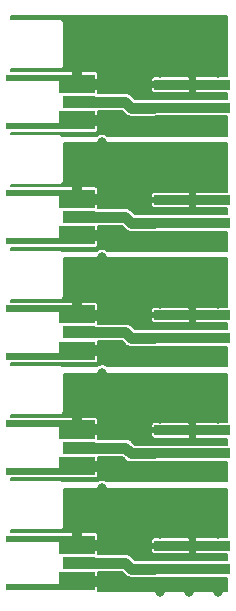
<source format=gbr>
G04 #@! TF.GenerationSoftware,KiCad,Pcbnew,(5.0.2)-1*
G04 #@! TF.CreationDate,2019-09-03T12:36:00-04:00*
G04 #@! TF.ProjectId,MMCX_2DD-100P,4d4d4358-5f32-4444-942d-313030502e6b,rev?*
G04 #@! TF.SameCoordinates,Original*
G04 #@! TF.FileFunction,Copper,L2,Bot*
G04 #@! TF.FilePolarity,Positive*
%FSLAX46Y46*%
G04 Gerber Fmt 4.6, Leading zero omitted, Abs format (unit mm)*
G04 Created by KiCad (PCBNEW (5.0.2)-1) date 9/3/2019 12:36:00 PM*
%MOMM*%
%LPD*%
G01*
G04 APERTURE LIST*
G04 #@! TA.AperFunction,SMDPad,CuDef*
%ADD10R,6.477000X0.883920*%
G04 #@! TD*
G04 #@! TA.AperFunction,SMDPad,CuDef*
%ADD11R,2.695200X1.092200*%
G04 #@! TD*
G04 #@! TA.AperFunction,SMDPad,CuDef*
%ADD12C,1.525300*%
G04 #@! TD*
G04 #@! TA.AperFunction,Conductor*
%ADD13C,0.100000*%
G04 #@! TD*
G04 #@! TA.AperFunction,ViaPad*
%ADD14C,0.800000*%
G04 #@! TD*
G04 #@! TA.AperFunction,Conductor*
%ADD15C,0.896620*%
G04 #@! TD*
G04 #@! TA.AperFunction,Conductor*
%ADD16C,0.883920*%
G04 #@! TD*
G04 #@! TA.AperFunction,Conductor*
%ADD17C,0.152400*%
G04 #@! TD*
G04 APERTURE END LIST*
D10*
G04 #@! TO.P,J2,3*
G04 #@! TO.N,Net-(J1-Pad2)*
X156012153Y-28026464D03*
G04 #@! TO.P,J2,1*
G04 #@! TO.N,Net-(J1-Pad1)*
X156012153Y-29978174D03*
G04 #@! TD*
G04 #@! TO.P,J5,3*
G04 #@! TO.N,Net-(J4-Pad2)*
X156012153Y-37784982D03*
G04 #@! TO.P,J5,1*
G04 #@! TO.N,Net-(J4-Pad1)*
X156012153Y-39736692D03*
G04 #@! TD*
G04 #@! TO.P,J8,3*
G04 #@! TO.N,Net-(J7-Pad2)*
X156012153Y-47543502D03*
G04 #@! TO.P,J8,1*
G04 #@! TO.N,Net-(J7-Pad1)*
X156012153Y-49495212D03*
G04 #@! TD*
G04 #@! TO.P,J11,3*
G04 #@! TO.N,Net-(J10-Pad2)*
X156012153Y-57302024D03*
G04 #@! TO.P,J11,1*
G04 #@! TO.N,Net-(J10-Pad1)*
X156012153Y-59253734D03*
G04 #@! TD*
G04 #@! TO.P,J14,3*
G04 #@! TO.N,Net-(J13-Pad2)*
X156012153Y-67060547D03*
G04 #@! TO.P,J14,1*
G04 #@! TO.N,Net-(J13-Pad1)*
X156012153Y-69012257D03*
G04 #@! TD*
D11*
G04 #@! TO.P,J1,1*
G04 #@! TO.N,Net-(J1-Pad1)*
X146393385Y-29490245D03*
D12*
G04 #@! TO.P,J1,2*
G04 #@! TO.N,Net-(J1-Pad2)*
X146240985Y-31027595D03*
D13*
G04 #@! TD*
G04 #@! TO.N,Net-(J1-Pad2)*
G04 #@! TO.C,J1*
G36*
X147740985Y-31790245D02*
X140240985Y-31790245D01*
X140240985Y-31240245D01*
X144740985Y-31240245D01*
X144740985Y-30264945D01*
X147740985Y-30264945D01*
X147740985Y-31790245D01*
X147740985Y-31790245D01*
G37*
D12*
G04 #@! TO.P,J1,2*
G04 #@! TO.N,Net-(J1-Pad2)*
X146240985Y-27952895D03*
D13*
G04 #@! TD*
G04 #@! TO.N,Net-(J1-Pad2)*
G04 #@! TO.C,J1*
G36*
X147740985Y-28715545D02*
X144740985Y-28715545D01*
X144740985Y-27740245D01*
X140240985Y-27740245D01*
X140240985Y-27190245D01*
X147740985Y-27190245D01*
X147740985Y-28715545D01*
X147740985Y-28715545D01*
G37*
D12*
G04 #@! TO.P,J4,2*
G04 #@! TO.N,Net-(J4-Pad2)*
X146240985Y-37711415D03*
D13*
G04 #@! TD*
G04 #@! TO.N,Net-(J4-Pad2)*
G04 #@! TO.C,J4*
G36*
X147740985Y-38474065D02*
X144740985Y-38474065D01*
X144740985Y-37498765D01*
X140240985Y-37498765D01*
X140240985Y-36948765D01*
X147740985Y-36948765D01*
X147740985Y-38474065D01*
X147740985Y-38474065D01*
G37*
D12*
G04 #@! TO.P,J4,2*
G04 #@! TO.N,Net-(J4-Pad2)*
X146240985Y-40786115D03*
D13*
G04 #@! TD*
G04 #@! TO.N,Net-(J4-Pad2)*
G04 #@! TO.C,J4*
G36*
X147740985Y-41548765D02*
X140240985Y-41548765D01*
X140240985Y-40998765D01*
X144740985Y-40998765D01*
X144740985Y-40023465D01*
X147740985Y-40023465D01*
X147740985Y-41548765D01*
X147740985Y-41548765D01*
G37*
D11*
G04 #@! TO.P,J4,1*
G04 #@! TO.N,Net-(J4-Pad1)*
X146393385Y-39248765D03*
G04 #@! TD*
D12*
G04 #@! TO.P,J7,2*
G04 #@! TO.N,Net-(J7-Pad2)*
X146240985Y-47469935D03*
D13*
G04 #@! TD*
G04 #@! TO.N,Net-(J7-Pad2)*
G04 #@! TO.C,J7*
G36*
X147740985Y-48232585D02*
X144740985Y-48232585D01*
X144740985Y-47257285D01*
X140240985Y-47257285D01*
X140240985Y-46707285D01*
X147740985Y-46707285D01*
X147740985Y-48232585D01*
X147740985Y-48232585D01*
G37*
D12*
G04 #@! TO.P,J7,2*
G04 #@! TO.N,Net-(J7-Pad2)*
X146240985Y-50544635D03*
D13*
G04 #@! TD*
G04 #@! TO.N,Net-(J7-Pad2)*
G04 #@! TO.C,J7*
G36*
X147740985Y-51307285D02*
X140240985Y-51307285D01*
X140240985Y-50757285D01*
X144740985Y-50757285D01*
X144740985Y-49781985D01*
X147740985Y-49781985D01*
X147740985Y-51307285D01*
X147740985Y-51307285D01*
G37*
D11*
G04 #@! TO.P,J7,1*
G04 #@! TO.N,Net-(J7-Pad1)*
X146393385Y-49007285D03*
G04 #@! TD*
D12*
G04 #@! TO.P,J10,2*
G04 #@! TO.N,Net-(J10-Pad2)*
X146240985Y-57228455D03*
D13*
G04 #@! TD*
G04 #@! TO.N,Net-(J10-Pad2)*
G04 #@! TO.C,J10*
G36*
X147740985Y-57991105D02*
X144740985Y-57991105D01*
X144740985Y-57015805D01*
X140240985Y-57015805D01*
X140240985Y-56465805D01*
X147740985Y-56465805D01*
X147740985Y-57991105D01*
X147740985Y-57991105D01*
G37*
D12*
G04 #@! TO.P,J10,2*
G04 #@! TO.N,Net-(J10-Pad2)*
X146240985Y-60303155D03*
D13*
G04 #@! TD*
G04 #@! TO.N,Net-(J10-Pad2)*
G04 #@! TO.C,J10*
G36*
X147740985Y-61065805D02*
X140240985Y-61065805D01*
X140240985Y-60515805D01*
X144740985Y-60515805D01*
X144740985Y-59540505D01*
X147740985Y-59540505D01*
X147740985Y-61065805D01*
X147740985Y-61065805D01*
G37*
D11*
G04 #@! TO.P,J10,1*
G04 #@! TO.N,Net-(J10-Pad1)*
X146393385Y-58765805D03*
G04 #@! TD*
D12*
G04 #@! TO.P,J13,2*
G04 #@! TO.N,Net-(J13-Pad2)*
X146240985Y-66986975D03*
D13*
G04 #@! TD*
G04 #@! TO.N,Net-(J13-Pad2)*
G04 #@! TO.C,J13*
G36*
X147740985Y-67749625D02*
X144740985Y-67749625D01*
X144740985Y-66774325D01*
X140240985Y-66774325D01*
X140240985Y-66224325D01*
X147740985Y-66224325D01*
X147740985Y-67749625D01*
X147740985Y-67749625D01*
G37*
D12*
G04 #@! TO.P,J13,2*
G04 #@! TO.N,Net-(J13-Pad2)*
X146240985Y-70061675D03*
D13*
G04 #@! TD*
G04 #@! TO.N,Net-(J13-Pad2)*
G04 #@! TO.C,J13*
G36*
X147740985Y-70824325D02*
X140240985Y-70824325D01*
X140240985Y-70274325D01*
X144740985Y-70274325D01*
X144740985Y-69299025D01*
X147740985Y-69299025D01*
X147740985Y-70824325D01*
X147740985Y-70824325D01*
G37*
D11*
G04 #@! TO.P,J13,1*
G04 #@! TO.N,Net-(J13-Pad1)*
X146393385Y-68524325D03*
G04 #@! TD*
D14*
G04 #@! TO.N,Net-(J1-Pad2)*
X155701209Y-27050615D03*
X158140839Y-27050615D03*
X148382319Y-28026467D03*
X153261579Y-27050615D03*
X148382319Y-23147201D03*
X153261579Y-31929875D03*
X155701209Y-31929875D03*
X158140839Y-31929875D03*
X148382319Y-30954023D03*
X148382319Y-26148335D03*
X149846097Y-24610985D03*
X151797801Y-31441949D03*
X150334023Y-30954023D03*
X151309875Y-26074763D03*
X149846097Y-27538541D03*
X150821949Y-28514393D03*
G04 #@! TO.N,Net-(J4-Pad2)*
X158140839Y-36809135D03*
X155701209Y-36809135D03*
X153261579Y-36809135D03*
X153261579Y-41688395D03*
X155701209Y-41688395D03*
X158140839Y-41688395D03*
X148382319Y-32905727D03*
X148382319Y-37784987D03*
X148382319Y-40761159D03*
X148382319Y-35833283D03*
X149846097Y-34369505D03*
X151797801Y-41200469D03*
X150334023Y-40712543D03*
X151309875Y-35833283D03*
X149846097Y-37297061D03*
X150821949Y-38272913D03*
G04 #@! TO.N,Net-(J7-Pad2)*
X153261579Y-46567655D03*
X155701209Y-46567655D03*
X158140839Y-46567655D03*
X153261579Y-51446915D03*
X155701209Y-51446915D03*
X158140839Y-51446915D03*
X148382319Y-42664247D03*
X148382319Y-47543507D03*
X148382319Y-45591803D03*
X151797801Y-50958989D03*
X150334023Y-50471063D03*
X149846097Y-44128025D03*
X151309875Y-45591803D03*
X149846097Y-47055581D03*
X150821949Y-48031433D03*
X148382319Y-50519709D03*
G04 #@! TO.N,Net-(J10-Pad2)*
X155701209Y-56326175D03*
X158140839Y-56326175D03*
X153261579Y-56326175D03*
X153261579Y-61205435D03*
X155701209Y-61205435D03*
X158140839Y-61205435D03*
X148382319Y-57302027D03*
X148382337Y-60303155D03*
X148382337Y-52422866D03*
X148382319Y-55350323D03*
X151309875Y-55350323D03*
X150334023Y-60229583D03*
X149846097Y-53886545D03*
X150821949Y-57789953D03*
X149846097Y-56814101D03*
X151797801Y-60717509D03*
G04 #@! TO.N,Net-(J13-Pad2)*
X153261579Y-66084695D03*
X158140839Y-66084695D03*
X151309875Y-65108843D03*
X153261579Y-70963955D03*
X155701209Y-70963955D03*
X158140839Y-70963955D03*
X148382319Y-67060547D03*
X148382337Y-62181441D03*
X148382337Y-70036809D03*
X148308931Y-65182415D03*
X150334023Y-69988103D03*
X149846097Y-63645065D03*
X155701209Y-66084695D03*
X150821949Y-67548473D03*
X149846097Y-66572621D03*
X151797801Y-70476029D03*
G04 #@! TD*
D15*
G04 #@! TO.N,Net-(J1-Pad1)*
X152773653Y-29978174D02*
X150821952Y-29978174D01*
X150334023Y-29490245D02*
X146393385Y-29490245D01*
X150821952Y-29978174D02*
X150334023Y-29490245D01*
D16*
G04 #@! TO.N,Net-(J1-Pad2)*
X146240985Y-27643680D02*
X146240985Y-25776467D01*
D15*
X146240985Y-27977911D02*
X147942949Y-27977911D01*
X146240985Y-31002609D02*
X148821659Y-31002609D01*
X148821659Y-31002609D02*
X148821659Y-31002609D01*
G04 #@! TO.N,Net-(J4-Pad1)*
X152773653Y-39736692D02*
X150821950Y-39736692D01*
X150334023Y-39248765D02*
X146393385Y-39248765D01*
X150821950Y-39736692D02*
X150334023Y-39248765D01*
D16*
G04 #@! TO.N,Net-(J4-Pad2)*
X146240985Y-37402230D02*
X146240985Y-36022913D01*
X146240985Y-36022913D02*
X146430582Y-35833316D01*
D15*
X146240985Y-37736461D02*
X147942919Y-37736461D01*
X146240985Y-40761159D02*
X148333787Y-40761159D01*
X148821662Y-40761159D02*
X148821662Y-40761159D01*
X148333787Y-40761159D02*
X148821662Y-40761159D01*
G04 #@! TO.N,Net-(J7-Pad1)*
X152773653Y-49495212D02*
X150821950Y-49495212D01*
X150334023Y-49007285D02*
X146393385Y-49007285D01*
X150821950Y-49495212D02*
X150334023Y-49007285D01*
D16*
G04 #@! TO.N,Net-(J7-Pad2)*
X146240985Y-47160780D02*
X146240985Y-45781433D01*
X146240985Y-45781433D02*
X146430549Y-45591869D01*
D15*
X146240985Y-47495011D02*
X147942889Y-47495011D01*
X146240985Y-50519709D02*
X148382319Y-50519709D01*
X148382319Y-50519709D02*
X148821665Y-50519709D01*
G04 #@! TO.N,Net-(J10-Pad1)*
X152773653Y-59253734D02*
X150821952Y-59253734D01*
X150334023Y-58765805D02*
X146393385Y-58765805D01*
X150821952Y-59253734D02*
X150334023Y-58765805D01*
D16*
G04 #@! TO.N,Net-(J10-Pad2)*
X146240985Y-57271040D02*
X146240985Y-55539953D01*
D15*
X146240985Y-60303155D02*
X148308747Y-60303155D01*
X146240985Y-57228455D02*
X148308747Y-57228455D01*
X148308747Y-60303155D02*
X148308747Y-60303155D01*
G04 #@! TO.N,Net-(J13-Pad1)*
X150821955Y-69012257D02*
X152773653Y-69012257D01*
X146393385Y-68524325D02*
X150334023Y-68524325D01*
X150334023Y-68524325D02*
X150821955Y-69012257D01*
D16*
G04 #@! TO.N,Net-(J13-Pad2)*
X146240985Y-66677880D02*
X146240985Y-65298473D01*
X146240985Y-65298473D02*
X146430483Y-65108975D01*
D15*
X146240985Y-67012111D02*
X147942829Y-67012111D01*
X146240985Y-70036809D02*
X148821671Y-70036809D01*
X148821671Y-70036809D02*
X148821671Y-70036809D01*
G04 #@! TD*
D17*
G04 #@! TO.N,Net-(J1-Pad2)*
G36*
X150263268Y-30484548D02*
X150286847Y-30513279D01*
X150401523Y-30607391D01*
X150532355Y-30677323D01*
X150674317Y-30720386D01*
X150784965Y-30731284D01*
X150784974Y-30731284D01*
X150821952Y-30734926D01*
X150858929Y-30731284D01*
X152810640Y-30731284D01*
X152860146Y-30726408D01*
X158890900Y-30726408D01*
X158890900Y-32341601D01*
X148806651Y-32341601D01*
X148716167Y-32281142D01*
X148587902Y-32228012D01*
X148451736Y-32200927D01*
X148312902Y-32200927D01*
X148176736Y-32228012D01*
X148048471Y-32281142D01*
X147957987Y-32341601D01*
X145001028Y-32341601D01*
X144953026Y-32302206D01*
X144887046Y-32266939D01*
X144815454Y-32245222D01*
X144759652Y-32239726D01*
X144759651Y-32239726D01*
X144741000Y-32237889D01*
X144722348Y-32239726D01*
X140620800Y-32239726D01*
X140620800Y-32096520D01*
X147740985Y-32096520D01*
X147800736Y-32090635D01*
X147858191Y-32073206D01*
X147911142Y-32044903D01*
X147957554Y-32006814D01*
X147995643Y-31960402D01*
X148023946Y-31907451D01*
X148041375Y-31849996D01*
X148047260Y-31790245D01*
X148047260Y-30264945D01*
X148045134Y-30243355D01*
X150022076Y-30243355D01*
X150263268Y-30484548D01*
X150263268Y-30484548D01*
G37*
X150263268Y-30484548D02*
X150286847Y-30513279D01*
X150401523Y-30607391D01*
X150532355Y-30677323D01*
X150674317Y-30720386D01*
X150784965Y-30731284D01*
X150784974Y-30731284D01*
X150821952Y-30734926D01*
X150858929Y-30731284D01*
X152810640Y-30731284D01*
X152860146Y-30726408D01*
X158890900Y-30726408D01*
X158890900Y-32341601D01*
X148806651Y-32341601D01*
X148716167Y-32281142D01*
X148587902Y-32228012D01*
X148451736Y-32200927D01*
X148312902Y-32200927D01*
X148176736Y-32228012D01*
X148048471Y-32281142D01*
X147957987Y-32341601D01*
X145001028Y-32341601D01*
X144953026Y-32302206D01*
X144887046Y-32266939D01*
X144815454Y-32245222D01*
X144759652Y-32239726D01*
X144759651Y-32239726D01*
X144741000Y-32237889D01*
X144722348Y-32239726D01*
X140620800Y-32239726D01*
X140620800Y-32096520D01*
X147740985Y-32096520D01*
X147800736Y-32090635D01*
X147858191Y-32073206D01*
X147911142Y-32044903D01*
X147957554Y-32006814D01*
X147995643Y-31960402D01*
X148023946Y-31907451D01*
X148041375Y-31849996D01*
X148047260Y-31790245D01*
X148047260Y-30264945D01*
X148045134Y-30243355D01*
X150022076Y-30243355D01*
X150263268Y-30484548D01*
G36*
X158890900Y-27330504D02*
X156253453Y-27330504D01*
X156189953Y-27394004D01*
X156189953Y-27848664D01*
X156209953Y-27848664D01*
X156209953Y-28204264D01*
X156189953Y-28204264D01*
X156189953Y-28658924D01*
X156253453Y-28722424D01*
X158890900Y-28722424D01*
X158890900Y-29229940D01*
X152860146Y-29229940D01*
X152810640Y-29225064D01*
X151133900Y-29225064D01*
X150892710Y-28983875D01*
X150869128Y-28955140D01*
X150754452Y-28861028D01*
X150623620Y-28791096D01*
X150481658Y-28748033D01*
X150371010Y-28737135D01*
X150371000Y-28737135D01*
X150334023Y-28733493D01*
X150297046Y-28737135D01*
X148045134Y-28737135D01*
X148047260Y-28715545D01*
X148047260Y-28267764D01*
X152519653Y-28267764D01*
X152519653Y-28493441D01*
X152529414Y-28542513D01*
X152548561Y-28588738D01*
X152576358Y-28630339D01*
X152611737Y-28665719D01*
X152653339Y-28693516D01*
X152699564Y-28712663D01*
X152748636Y-28722424D01*
X155770853Y-28722424D01*
X155834353Y-28658924D01*
X155834353Y-28204264D01*
X152583153Y-28204264D01*
X152519653Y-28267764D01*
X148047260Y-28267764D01*
X148047260Y-27559487D01*
X152519653Y-27559487D01*
X152519653Y-27785164D01*
X152583153Y-27848664D01*
X155834353Y-27848664D01*
X155834353Y-27394004D01*
X155770853Y-27330504D01*
X152748636Y-27330504D01*
X152699564Y-27340265D01*
X152653339Y-27359412D01*
X152611737Y-27387209D01*
X152576358Y-27422589D01*
X152548561Y-27464190D01*
X152529414Y-27510415D01*
X152519653Y-27559487D01*
X148047260Y-27559487D01*
X148047260Y-27190245D01*
X148041375Y-27130494D01*
X148023946Y-27073039D01*
X147995643Y-27020088D01*
X147957554Y-26973676D01*
X147911142Y-26935587D01*
X147858191Y-26907284D01*
X147800736Y-26889855D01*
X147740985Y-26883970D01*
X140620800Y-26883970D01*
X140620800Y-26740800D01*
X144722349Y-26740800D01*
X144741000Y-26742637D01*
X144815454Y-26735304D01*
X144887046Y-26713587D01*
X144953026Y-26678320D01*
X145010858Y-26630858D01*
X145058320Y-26573026D01*
X145093587Y-26507046D01*
X145115304Y-26435454D01*
X145120800Y-26379652D01*
X145122637Y-26361000D01*
X145120800Y-26342348D01*
X145120800Y-22879652D01*
X145122637Y-22861000D01*
X145115304Y-22786546D01*
X145093587Y-22714954D01*
X145058320Y-22648974D01*
X145010858Y-22591142D01*
X144953026Y-22543680D01*
X144887046Y-22508413D01*
X144815454Y-22486696D01*
X144759652Y-22481200D01*
X144759651Y-22481200D01*
X144741000Y-22479363D01*
X144722348Y-22481200D01*
X140620800Y-22481200D01*
X140620800Y-22190800D01*
X158890900Y-22190800D01*
X158890900Y-27330504D01*
X158890900Y-27330504D01*
G37*
X158890900Y-27330504D02*
X156253453Y-27330504D01*
X156189953Y-27394004D01*
X156189953Y-27848664D01*
X156209953Y-27848664D01*
X156209953Y-28204264D01*
X156189953Y-28204264D01*
X156189953Y-28658924D01*
X156253453Y-28722424D01*
X158890900Y-28722424D01*
X158890900Y-29229940D01*
X152860146Y-29229940D01*
X152810640Y-29225064D01*
X151133900Y-29225064D01*
X150892710Y-28983875D01*
X150869128Y-28955140D01*
X150754452Y-28861028D01*
X150623620Y-28791096D01*
X150481658Y-28748033D01*
X150371010Y-28737135D01*
X150371000Y-28737135D01*
X150334023Y-28733493D01*
X150297046Y-28737135D01*
X148045134Y-28737135D01*
X148047260Y-28715545D01*
X148047260Y-28267764D01*
X152519653Y-28267764D01*
X152519653Y-28493441D01*
X152529414Y-28542513D01*
X152548561Y-28588738D01*
X152576358Y-28630339D01*
X152611737Y-28665719D01*
X152653339Y-28693516D01*
X152699564Y-28712663D01*
X152748636Y-28722424D01*
X155770853Y-28722424D01*
X155834353Y-28658924D01*
X155834353Y-28204264D01*
X152583153Y-28204264D01*
X152519653Y-28267764D01*
X148047260Y-28267764D01*
X148047260Y-27559487D01*
X152519653Y-27559487D01*
X152519653Y-27785164D01*
X152583153Y-27848664D01*
X155834353Y-27848664D01*
X155834353Y-27394004D01*
X155770853Y-27330504D01*
X152748636Y-27330504D01*
X152699564Y-27340265D01*
X152653339Y-27359412D01*
X152611737Y-27387209D01*
X152576358Y-27422589D01*
X152548561Y-27464190D01*
X152529414Y-27510415D01*
X152519653Y-27559487D01*
X148047260Y-27559487D01*
X148047260Y-27190245D01*
X148041375Y-27130494D01*
X148023946Y-27073039D01*
X147995643Y-27020088D01*
X147957554Y-26973676D01*
X147911142Y-26935587D01*
X147858191Y-26907284D01*
X147800736Y-26889855D01*
X147740985Y-26883970D01*
X140620800Y-26883970D01*
X140620800Y-26740800D01*
X144722349Y-26740800D01*
X144741000Y-26742637D01*
X144815454Y-26735304D01*
X144887046Y-26713587D01*
X144953026Y-26678320D01*
X145010858Y-26630858D01*
X145058320Y-26573026D01*
X145093587Y-26507046D01*
X145115304Y-26435454D01*
X145120800Y-26379652D01*
X145122637Y-26361000D01*
X145120800Y-26342348D01*
X145120800Y-22879652D01*
X145122637Y-22861000D01*
X145115304Y-22786546D01*
X145093587Y-22714954D01*
X145058320Y-22648974D01*
X145010858Y-22591142D01*
X144953026Y-22543680D01*
X144887046Y-22508413D01*
X144815454Y-22486696D01*
X144759652Y-22481200D01*
X144759651Y-22481200D01*
X144741000Y-22479363D01*
X144722348Y-22481200D01*
X140620800Y-22481200D01*
X140620800Y-22190800D01*
X158890900Y-22190800D01*
X158890900Y-27330504D01*
G04 #@! TO.N,Net-(J4-Pad2)*
G36*
X150263262Y-40243061D02*
X150286845Y-40271797D01*
X150401521Y-40365909D01*
X150532353Y-40435841D01*
X150674315Y-40478904D01*
X150784963Y-40489802D01*
X150784972Y-40489802D01*
X150821950Y-40493444D01*
X150858927Y-40489802D01*
X152810640Y-40489802D01*
X152860146Y-40484926D01*
X158890900Y-40484926D01*
X158890900Y-42100121D01*
X148806651Y-42100121D01*
X148716167Y-42039662D01*
X148587902Y-41986532D01*
X148451736Y-41959447D01*
X148312902Y-41959447D01*
X148176736Y-41986532D01*
X148048471Y-42039662D01*
X147957987Y-42100121D01*
X145001021Y-42100121D01*
X144953026Y-42060732D01*
X144887046Y-42025465D01*
X144815454Y-42003748D01*
X144759652Y-41998252D01*
X144759651Y-41998252D01*
X144741000Y-41996415D01*
X144722348Y-41998252D01*
X140620800Y-41998252D01*
X140620800Y-41855040D01*
X147740985Y-41855040D01*
X147800736Y-41849155D01*
X147858191Y-41831726D01*
X147911142Y-41803423D01*
X147957554Y-41765334D01*
X147995643Y-41718922D01*
X148023946Y-41665971D01*
X148041375Y-41608516D01*
X148047260Y-41548765D01*
X148047260Y-40023465D01*
X148045134Y-40001875D01*
X150022076Y-40001875D01*
X150263262Y-40243061D01*
X150263262Y-40243061D01*
G37*
X150263262Y-40243061D02*
X150286845Y-40271797D01*
X150401521Y-40365909D01*
X150532353Y-40435841D01*
X150674315Y-40478904D01*
X150784963Y-40489802D01*
X150784972Y-40489802D01*
X150821950Y-40493444D01*
X150858927Y-40489802D01*
X152810640Y-40489802D01*
X152860146Y-40484926D01*
X158890900Y-40484926D01*
X158890900Y-42100121D01*
X148806651Y-42100121D01*
X148716167Y-42039662D01*
X148587902Y-41986532D01*
X148451736Y-41959447D01*
X148312902Y-41959447D01*
X148176736Y-41986532D01*
X148048471Y-42039662D01*
X147957987Y-42100121D01*
X145001021Y-42100121D01*
X144953026Y-42060732D01*
X144887046Y-42025465D01*
X144815454Y-42003748D01*
X144759652Y-41998252D01*
X144759651Y-41998252D01*
X144741000Y-41996415D01*
X144722348Y-41998252D01*
X140620800Y-41998252D01*
X140620800Y-41855040D01*
X147740985Y-41855040D01*
X147800736Y-41849155D01*
X147858191Y-41831726D01*
X147911142Y-41803423D01*
X147957554Y-41765334D01*
X147995643Y-41718922D01*
X148023946Y-41665971D01*
X148041375Y-41608516D01*
X148047260Y-41548765D01*
X148047260Y-40023465D01*
X148045134Y-40001875D01*
X150022076Y-40001875D01*
X150263262Y-40243061D01*
G36*
X158890900Y-37089022D02*
X156253453Y-37089022D01*
X156189953Y-37152522D01*
X156189953Y-37607182D01*
X156209953Y-37607182D01*
X156209953Y-37962782D01*
X156189953Y-37962782D01*
X156189953Y-38417442D01*
X156253453Y-38480942D01*
X158890900Y-38480942D01*
X158890900Y-38988458D01*
X152860146Y-38988458D01*
X152810640Y-38983582D01*
X151133897Y-38983582D01*
X150892711Y-38742396D01*
X150869128Y-38713660D01*
X150754452Y-38619548D01*
X150623620Y-38549616D01*
X150481658Y-38506553D01*
X150371010Y-38495655D01*
X150371000Y-38495655D01*
X150334023Y-38492013D01*
X150297046Y-38495655D01*
X148045134Y-38495655D01*
X148047260Y-38474065D01*
X148047260Y-38026282D01*
X152519653Y-38026282D01*
X152519653Y-38251959D01*
X152529414Y-38301031D01*
X152548561Y-38347256D01*
X152576358Y-38388857D01*
X152611737Y-38424237D01*
X152653339Y-38452034D01*
X152699564Y-38471181D01*
X152748636Y-38480942D01*
X155770853Y-38480942D01*
X155834353Y-38417442D01*
X155834353Y-37962782D01*
X152583153Y-37962782D01*
X152519653Y-38026282D01*
X148047260Y-38026282D01*
X148047260Y-37318005D01*
X152519653Y-37318005D01*
X152519653Y-37543682D01*
X152583153Y-37607182D01*
X155834353Y-37607182D01*
X155834353Y-37152522D01*
X155770853Y-37089022D01*
X152748636Y-37089022D01*
X152699564Y-37098783D01*
X152653339Y-37117930D01*
X152611737Y-37145727D01*
X152576358Y-37181107D01*
X152548561Y-37222708D01*
X152529414Y-37268933D01*
X152519653Y-37318005D01*
X148047260Y-37318005D01*
X148047260Y-36948765D01*
X148041375Y-36889014D01*
X148023946Y-36831559D01*
X147995643Y-36778608D01*
X147957554Y-36732196D01*
X147911142Y-36694107D01*
X147858191Y-36665804D01*
X147800736Y-36648375D01*
X147740985Y-36642490D01*
X140620800Y-36642490D01*
X140620800Y-36499326D01*
X144722349Y-36499326D01*
X144741000Y-36501163D01*
X144815454Y-36493830D01*
X144887046Y-36472113D01*
X144953026Y-36436846D01*
X145010858Y-36389384D01*
X145058320Y-36331552D01*
X145093587Y-36265572D01*
X145115304Y-36193980D01*
X145120800Y-36138178D01*
X145122637Y-36119526D01*
X145120800Y-36100874D01*
X145120800Y-32981927D01*
X158890900Y-32981927D01*
X158890900Y-37089022D01*
X158890900Y-37089022D01*
G37*
X158890900Y-37089022D02*
X156253453Y-37089022D01*
X156189953Y-37152522D01*
X156189953Y-37607182D01*
X156209953Y-37607182D01*
X156209953Y-37962782D01*
X156189953Y-37962782D01*
X156189953Y-38417442D01*
X156253453Y-38480942D01*
X158890900Y-38480942D01*
X158890900Y-38988458D01*
X152860146Y-38988458D01*
X152810640Y-38983582D01*
X151133897Y-38983582D01*
X150892711Y-38742396D01*
X150869128Y-38713660D01*
X150754452Y-38619548D01*
X150623620Y-38549616D01*
X150481658Y-38506553D01*
X150371010Y-38495655D01*
X150371000Y-38495655D01*
X150334023Y-38492013D01*
X150297046Y-38495655D01*
X148045134Y-38495655D01*
X148047260Y-38474065D01*
X148047260Y-38026282D01*
X152519653Y-38026282D01*
X152519653Y-38251959D01*
X152529414Y-38301031D01*
X152548561Y-38347256D01*
X152576358Y-38388857D01*
X152611737Y-38424237D01*
X152653339Y-38452034D01*
X152699564Y-38471181D01*
X152748636Y-38480942D01*
X155770853Y-38480942D01*
X155834353Y-38417442D01*
X155834353Y-37962782D01*
X152583153Y-37962782D01*
X152519653Y-38026282D01*
X148047260Y-38026282D01*
X148047260Y-37318005D01*
X152519653Y-37318005D01*
X152519653Y-37543682D01*
X152583153Y-37607182D01*
X155834353Y-37607182D01*
X155834353Y-37152522D01*
X155770853Y-37089022D01*
X152748636Y-37089022D01*
X152699564Y-37098783D01*
X152653339Y-37117930D01*
X152611737Y-37145727D01*
X152576358Y-37181107D01*
X152548561Y-37222708D01*
X152529414Y-37268933D01*
X152519653Y-37318005D01*
X148047260Y-37318005D01*
X148047260Y-36948765D01*
X148041375Y-36889014D01*
X148023946Y-36831559D01*
X147995643Y-36778608D01*
X147957554Y-36732196D01*
X147911142Y-36694107D01*
X147858191Y-36665804D01*
X147800736Y-36648375D01*
X147740985Y-36642490D01*
X140620800Y-36642490D01*
X140620800Y-36499326D01*
X144722349Y-36499326D01*
X144741000Y-36501163D01*
X144815454Y-36493830D01*
X144887046Y-36472113D01*
X144953026Y-36436846D01*
X145010858Y-36389384D01*
X145058320Y-36331552D01*
X145093587Y-36265572D01*
X145115304Y-36193980D01*
X145120800Y-36138178D01*
X145122637Y-36119526D01*
X145120800Y-36100874D01*
X145120800Y-32981927D01*
X158890900Y-32981927D01*
X158890900Y-37089022D01*
G04 #@! TO.N,Net-(J7-Pad2)*
G36*
X150263262Y-50001581D02*
X150286845Y-50030317D01*
X150401521Y-50124429D01*
X150532353Y-50194361D01*
X150674315Y-50237424D01*
X150784963Y-50248322D01*
X150784972Y-50248322D01*
X150821950Y-50251964D01*
X150858927Y-50248322D01*
X152810640Y-50248322D01*
X152860146Y-50243446D01*
X158890901Y-50243446D01*
X158890901Y-51858641D01*
X148806521Y-51858641D01*
X148716185Y-51798281D01*
X148587920Y-51745151D01*
X148451754Y-51718066D01*
X148312920Y-51718066D01*
X148176754Y-51745151D01*
X148048489Y-51798281D01*
X147958153Y-51858641D01*
X145001014Y-51858641D01*
X144953026Y-51819258D01*
X144887046Y-51783991D01*
X144815454Y-51762274D01*
X144759652Y-51756778D01*
X144759651Y-51756778D01*
X144741000Y-51754941D01*
X144722348Y-51756778D01*
X140620800Y-51756778D01*
X140620800Y-51613560D01*
X147740985Y-51613560D01*
X147800736Y-51607675D01*
X147858191Y-51590246D01*
X147911142Y-51561943D01*
X147957554Y-51523854D01*
X147995643Y-51477442D01*
X148023946Y-51424491D01*
X148041375Y-51367036D01*
X148047260Y-51307285D01*
X148047260Y-49781985D01*
X148045134Y-49760395D01*
X150022076Y-49760395D01*
X150263262Y-50001581D01*
X150263262Y-50001581D01*
G37*
X150263262Y-50001581D02*
X150286845Y-50030317D01*
X150401521Y-50124429D01*
X150532353Y-50194361D01*
X150674315Y-50237424D01*
X150784963Y-50248322D01*
X150784972Y-50248322D01*
X150821950Y-50251964D01*
X150858927Y-50248322D01*
X152810640Y-50248322D01*
X152860146Y-50243446D01*
X158890901Y-50243446D01*
X158890901Y-51858641D01*
X148806521Y-51858641D01*
X148716185Y-51798281D01*
X148587920Y-51745151D01*
X148451754Y-51718066D01*
X148312920Y-51718066D01*
X148176754Y-51745151D01*
X148048489Y-51798281D01*
X147958153Y-51858641D01*
X145001014Y-51858641D01*
X144953026Y-51819258D01*
X144887046Y-51783991D01*
X144815454Y-51762274D01*
X144759652Y-51756778D01*
X144759651Y-51756778D01*
X144741000Y-51754941D01*
X144722348Y-51756778D01*
X140620800Y-51756778D01*
X140620800Y-51613560D01*
X147740985Y-51613560D01*
X147800736Y-51607675D01*
X147858191Y-51590246D01*
X147911142Y-51561943D01*
X147957554Y-51523854D01*
X147995643Y-51477442D01*
X148023946Y-51424491D01*
X148041375Y-51367036D01*
X148047260Y-51307285D01*
X148047260Y-49781985D01*
X148045134Y-49760395D01*
X150022076Y-49760395D01*
X150263262Y-50001581D01*
G36*
X158890901Y-46847542D02*
X156253453Y-46847542D01*
X156189953Y-46911042D01*
X156189953Y-47365702D01*
X156209953Y-47365702D01*
X156209953Y-47721302D01*
X156189953Y-47721302D01*
X156189953Y-48175962D01*
X156253453Y-48239462D01*
X158890901Y-48239462D01*
X158890901Y-48746978D01*
X152860146Y-48746978D01*
X152810640Y-48742102D01*
X151133897Y-48742102D01*
X150892711Y-48500916D01*
X150869128Y-48472180D01*
X150754452Y-48378068D01*
X150623620Y-48308136D01*
X150481658Y-48265073D01*
X150371010Y-48254175D01*
X150371000Y-48254175D01*
X150334023Y-48250533D01*
X150297046Y-48254175D01*
X148045134Y-48254175D01*
X148047260Y-48232585D01*
X148047260Y-47784802D01*
X152519653Y-47784802D01*
X152519653Y-48010479D01*
X152529414Y-48059551D01*
X152548561Y-48105776D01*
X152576358Y-48147377D01*
X152611737Y-48182757D01*
X152653339Y-48210554D01*
X152699564Y-48229701D01*
X152748636Y-48239462D01*
X155770853Y-48239462D01*
X155834353Y-48175962D01*
X155834353Y-47721302D01*
X152583153Y-47721302D01*
X152519653Y-47784802D01*
X148047260Y-47784802D01*
X148047260Y-47076525D01*
X152519653Y-47076525D01*
X152519653Y-47302202D01*
X152583153Y-47365702D01*
X155834353Y-47365702D01*
X155834353Y-46911042D01*
X155770853Y-46847542D01*
X152748636Y-46847542D01*
X152699564Y-46857303D01*
X152653339Y-46876450D01*
X152611737Y-46904247D01*
X152576358Y-46939627D01*
X152548561Y-46981228D01*
X152529414Y-47027453D01*
X152519653Y-47076525D01*
X148047260Y-47076525D01*
X148047260Y-46707285D01*
X148041375Y-46647534D01*
X148023946Y-46590079D01*
X147995643Y-46537128D01*
X147957554Y-46490716D01*
X147911142Y-46452627D01*
X147858191Y-46424324D01*
X147800736Y-46406895D01*
X147740985Y-46401010D01*
X140620800Y-46401010D01*
X140620800Y-46257852D01*
X144722349Y-46257852D01*
X144741000Y-46259689D01*
X144815454Y-46252356D01*
X144887046Y-46230639D01*
X144953026Y-46195372D01*
X145010858Y-46147910D01*
X145058320Y-46090078D01*
X145093587Y-46024098D01*
X145115304Y-45952506D01*
X145120800Y-45896704D01*
X145122637Y-45878052D01*
X145120800Y-45859400D01*
X145120800Y-42740447D01*
X158890901Y-42740447D01*
X158890901Y-46847542D01*
X158890901Y-46847542D01*
G37*
X158890901Y-46847542D02*
X156253453Y-46847542D01*
X156189953Y-46911042D01*
X156189953Y-47365702D01*
X156209953Y-47365702D01*
X156209953Y-47721302D01*
X156189953Y-47721302D01*
X156189953Y-48175962D01*
X156253453Y-48239462D01*
X158890901Y-48239462D01*
X158890901Y-48746978D01*
X152860146Y-48746978D01*
X152810640Y-48742102D01*
X151133897Y-48742102D01*
X150892711Y-48500916D01*
X150869128Y-48472180D01*
X150754452Y-48378068D01*
X150623620Y-48308136D01*
X150481658Y-48265073D01*
X150371010Y-48254175D01*
X150371000Y-48254175D01*
X150334023Y-48250533D01*
X150297046Y-48254175D01*
X148045134Y-48254175D01*
X148047260Y-48232585D01*
X148047260Y-47784802D01*
X152519653Y-47784802D01*
X152519653Y-48010479D01*
X152529414Y-48059551D01*
X152548561Y-48105776D01*
X152576358Y-48147377D01*
X152611737Y-48182757D01*
X152653339Y-48210554D01*
X152699564Y-48229701D01*
X152748636Y-48239462D01*
X155770853Y-48239462D01*
X155834353Y-48175962D01*
X155834353Y-47721302D01*
X152583153Y-47721302D01*
X152519653Y-47784802D01*
X148047260Y-47784802D01*
X148047260Y-47076525D01*
X152519653Y-47076525D01*
X152519653Y-47302202D01*
X152583153Y-47365702D01*
X155834353Y-47365702D01*
X155834353Y-46911042D01*
X155770853Y-46847542D01*
X152748636Y-46847542D01*
X152699564Y-46857303D01*
X152653339Y-46876450D01*
X152611737Y-46904247D01*
X152576358Y-46939627D01*
X152548561Y-46981228D01*
X152529414Y-47027453D01*
X152519653Y-47076525D01*
X148047260Y-47076525D01*
X148047260Y-46707285D01*
X148041375Y-46647534D01*
X148023946Y-46590079D01*
X147995643Y-46537128D01*
X147957554Y-46490716D01*
X147911142Y-46452627D01*
X147858191Y-46424324D01*
X147800736Y-46406895D01*
X147740985Y-46401010D01*
X140620800Y-46401010D01*
X140620800Y-46257852D01*
X144722349Y-46257852D01*
X144741000Y-46259689D01*
X144815454Y-46252356D01*
X144887046Y-46230639D01*
X144953026Y-46195372D01*
X145010858Y-46147910D01*
X145058320Y-46090078D01*
X145093587Y-46024098D01*
X145115304Y-45952506D01*
X145120800Y-45896704D01*
X145122637Y-45878052D01*
X145120800Y-45859400D01*
X145120800Y-42740447D01*
X158890901Y-42740447D01*
X158890901Y-46847542D01*
G04 #@! TO.N,Net-(J10-Pad2)*
G36*
X150263268Y-59760108D02*
X150286847Y-59788839D01*
X150401523Y-59882951D01*
X150532355Y-59952883D01*
X150674317Y-59995946D01*
X150784965Y-60006844D01*
X150784974Y-60006844D01*
X150821952Y-60010486D01*
X150858929Y-60006844D01*
X152810640Y-60006844D01*
X152860146Y-60001968D01*
X158890901Y-60001968D01*
X158890901Y-61617161D01*
X148806439Y-61617161D01*
X148716185Y-61556856D01*
X148587920Y-61503726D01*
X148451754Y-61476641D01*
X148312920Y-61476641D01*
X148176754Y-61503726D01*
X148048489Y-61556856D01*
X147958235Y-61617161D01*
X145001007Y-61617161D01*
X144953026Y-61577784D01*
X144887046Y-61542517D01*
X144815454Y-61520800D01*
X144759652Y-61515304D01*
X144759651Y-61515304D01*
X144741000Y-61513467D01*
X144722348Y-61515304D01*
X140620800Y-61515304D01*
X140620800Y-61372080D01*
X147740985Y-61372080D01*
X147800736Y-61366195D01*
X147858191Y-61348766D01*
X147911142Y-61320463D01*
X147957554Y-61282374D01*
X147995643Y-61235962D01*
X148023946Y-61183011D01*
X148041375Y-61125556D01*
X148047260Y-61065805D01*
X148047260Y-59540505D01*
X148045134Y-59518915D01*
X150022076Y-59518915D01*
X150263268Y-59760108D01*
X150263268Y-59760108D01*
G37*
X150263268Y-59760108D02*
X150286847Y-59788839D01*
X150401523Y-59882951D01*
X150532355Y-59952883D01*
X150674317Y-59995946D01*
X150784965Y-60006844D01*
X150784974Y-60006844D01*
X150821952Y-60010486D01*
X150858929Y-60006844D01*
X152810640Y-60006844D01*
X152860146Y-60001968D01*
X158890901Y-60001968D01*
X158890901Y-61617161D01*
X148806439Y-61617161D01*
X148716185Y-61556856D01*
X148587920Y-61503726D01*
X148451754Y-61476641D01*
X148312920Y-61476641D01*
X148176754Y-61503726D01*
X148048489Y-61556856D01*
X147958235Y-61617161D01*
X145001007Y-61617161D01*
X144953026Y-61577784D01*
X144887046Y-61542517D01*
X144815454Y-61520800D01*
X144759652Y-61515304D01*
X144759651Y-61515304D01*
X144741000Y-61513467D01*
X144722348Y-61515304D01*
X140620800Y-61515304D01*
X140620800Y-61372080D01*
X147740985Y-61372080D01*
X147800736Y-61366195D01*
X147858191Y-61348766D01*
X147911142Y-61320463D01*
X147957554Y-61282374D01*
X147995643Y-61235962D01*
X148023946Y-61183011D01*
X148041375Y-61125556D01*
X148047260Y-61065805D01*
X148047260Y-59540505D01*
X148045134Y-59518915D01*
X150022076Y-59518915D01*
X150263268Y-59760108D01*
G36*
X158890901Y-56606064D02*
X156253453Y-56606064D01*
X156189953Y-56669564D01*
X156189953Y-57124224D01*
X156209953Y-57124224D01*
X156209953Y-57479824D01*
X156189953Y-57479824D01*
X156189953Y-57934484D01*
X156253453Y-57997984D01*
X158890901Y-57997984D01*
X158890901Y-58505500D01*
X152860146Y-58505500D01*
X152810640Y-58500624D01*
X151133900Y-58500624D01*
X150892710Y-58259435D01*
X150869128Y-58230700D01*
X150754452Y-58136588D01*
X150623620Y-58066656D01*
X150481658Y-58023593D01*
X150371010Y-58012695D01*
X150371000Y-58012695D01*
X150334023Y-58009053D01*
X150297046Y-58012695D01*
X148045134Y-58012695D01*
X148047260Y-57991105D01*
X148047260Y-57543324D01*
X152519653Y-57543324D01*
X152519653Y-57769001D01*
X152529414Y-57818073D01*
X152548561Y-57864298D01*
X152576358Y-57905899D01*
X152611737Y-57941279D01*
X152653339Y-57969076D01*
X152699564Y-57988223D01*
X152748636Y-57997984D01*
X155770853Y-57997984D01*
X155834353Y-57934484D01*
X155834353Y-57479824D01*
X152583153Y-57479824D01*
X152519653Y-57543324D01*
X148047260Y-57543324D01*
X148047260Y-56835047D01*
X152519653Y-56835047D01*
X152519653Y-57060724D01*
X152583153Y-57124224D01*
X155834353Y-57124224D01*
X155834353Y-56669564D01*
X155770853Y-56606064D01*
X152748636Y-56606064D01*
X152699564Y-56615825D01*
X152653339Y-56634972D01*
X152611737Y-56662769D01*
X152576358Y-56698149D01*
X152548561Y-56739750D01*
X152529414Y-56785975D01*
X152519653Y-56835047D01*
X148047260Y-56835047D01*
X148047260Y-56465805D01*
X148041375Y-56406054D01*
X148023946Y-56348599D01*
X147995643Y-56295648D01*
X147957554Y-56249236D01*
X147911142Y-56211147D01*
X147858191Y-56182844D01*
X147800736Y-56165415D01*
X147740985Y-56159530D01*
X140620800Y-56159530D01*
X140620800Y-56016378D01*
X144722349Y-56016378D01*
X144741000Y-56018215D01*
X144815454Y-56010882D01*
X144887046Y-55989165D01*
X144953026Y-55953898D01*
X145010858Y-55906436D01*
X145058320Y-55848604D01*
X145093587Y-55782624D01*
X145115304Y-55711032D01*
X145120800Y-55655230D01*
X145122637Y-55636578D01*
X145120800Y-55617926D01*
X145120800Y-52498967D01*
X158890901Y-52498967D01*
X158890901Y-56606064D01*
X158890901Y-56606064D01*
G37*
X158890901Y-56606064D02*
X156253453Y-56606064D01*
X156189953Y-56669564D01*
X156189953Y-57124224D01*
X156209953Y-57124224D01*
X156209953Y-57479824D01*
X156189953Y-57479824D01*
X156189953Y-57934484D01*
X156253453Y-57997984D01*
X158890901Y-57997984D01*
X158890901Y-58505500D01*
X152860146Y-58505500D01*
X152810640Y-58500624D01*
X151133900Y-58500624D01*
X150892710Y-58259435D01*
X150869128Y-58230700D01*
X150754452Y-58136588D01*
X150623620Y-58066656D01*
X150481658Y-58023593D01*
X150371010Y-58012695D01*
X150371000Y-58012695D01*
X150334023Y-58009053D01*
X150297046Y-58012695D01*
X148045134Y-58012695D01*
X148047260Y-57991105D01*
X148047260Y-57543324D01*
X152519653Y-57543324D01*
X152519653Y-57769001D01*
X152529414Y-57818073D01*
X152548561Y-57864298D01*
X152576358Y-57905899D01*
X152611737Y-57941279D01*
X152653339Y-57969076D01*
X152699564Y-57988223D01*
X152748636Y-57997984D01*
X155770853Y-57997984D01*
X155834353Y-57934484D01*
X155834353Y-57479824D01*
X152583153Y-57479824D01*
X152519653Y-57543324D01*
X148047260Y-57543324D01*
X148047260Y-56835047D01*
X152519653Y-56835047D01*
X152519653Y-57060724D01*
X152583153Y-57124224D01*
X155834353Y-57124224D01*
X155834353Y-56669564D01*
X155770853Y-56606064D01*
X152748636Y-56606064D01*
X152699564Y-56615825D01*
X152653339Y-56634972D01*
X152611737Y-56662769D01*
X152576358Y-56698149D01*
X152548561Y-56739750D01*
X152529414Y-56785975D01*
X152519653Y-56835047D01*
X148047260Y-56835047D01*
X148047260Y-56465805D01*
X148041375Y-56406054D01*
X148023946Y-56348599D01*
X147995643Y-56295648D01*
X147957554Y-56249236D01*
X147911142Y-56211147D01*
X147858191Y-56182844D01*
X147800736Y-56165415D01*
X147740985Y-56159530D01*
X140620800Y-56159530D01*
X140620800Y-56016378D01*
X144722349Y-56016378D01*
X144741000Y-56018215D01*
X144815454Y-56010882D01*
X144887046Y-55989165D01*
X144953026Y-55953898D01*
X145010858Y-55906436D01*
X145058320Y-55848604D01*
X145093587Y-55782624D01*
X145115304Y-55711032D01*
X145120800Y-55655230D01*
X145122637Y-55636578D01*
X145120800Y-55617926D01*
X145120800Y-52498967D01*
X158890901Y-52498967D01*
X158890901Y-56606064D01*
G04 #@! TO.N,Net-(J13-Pad2)*
G36*
X150263267Y-69518626D02*
X150286850Y-69547362D01*
X150401526Y-69641474D01*
X150532358Y-69711406D01*
X150674320Y-69754469D01*
X150784968Y-69765367D01*
X150784977Y-69765367D01*
X150821954Y-69769009D01*
X150858932Y-69765367D01*
X152810640Y-69765367D01*
X152860146Y-69760491D01*
X158890901Y-69760491D01*
X158890901Y-70944700D01*
X148022252Y-70944700D01*
X148023946Y-70941531D01*
X148041375Y-70884076D01*
X148047260Y-70824325D01*
X148047260Y-69299025D01*
X148045134Y-69277435D01*
X150022076Y-69277435D01*
X150263267Y-69518626D01*
X150263267Y-69518626D01*
G37*
X150263267Y-69518626D02*
X150286850Y-69547362D01*
X150401526Y-69641474D01*
X150532358Y-69711406D01*
X150674320Y-69754469D01*
X150784968Y-69765367D01*
X150784977Y-69765367D01*
X150821954Y-69769009D01*
X150858932Y-69765367D01*
X152810640Y-69765367D01*
X152860146Y-69760491D01*
X158890901Y-69760491D01*
X158890901Y-70944700D01*
X148022252Y-70944700D01*
X148023946Y-70941531D01*
X148041375Y-70884076D01*
X148047260Y-70824325D01*
X148047260Y-69299025D01*
X148045134Y-69277435D01*
X150022076Y-69277435D01*
X150263267Y-69518626D01*
G36*
X158890901Y-66364587D02*
X156253453Y-66364587D01*
X156189953Y-66428087D01*
X156189953Y-66882747D01*
X156209953Y-66882747D01*
X156209953Y-67238347D01*
X156189953Y-67238347D01*
X156189953Y-67693007D01*
X156253453Y-67756507D01*
X158890901Y-67756507D01*
X158890901Y-68264023D01*
X152860146Y-68264023D01*
X152810640Y-68259147D01*
X151133902Y-68259147D01*
X150892711Y-68017956D01*
X150869128Y-67989220D01*
X150754452Y-67895108D01*
X150623620Y-67825176D01*
X150481658Y-67782113D01*
X150371010Y-67771215D01*
X150371000Y-67771215D01*
X150334023Y-67767573D01*
X150297046Y-67771215D01*
X148045134Y-67771215D01*
X148047260Y-67749625D01*
X148047260Y-67301847D01*
X152519653Y-67301847D01*
X152519653Y-67527524D01*
X152529414Y-67576596D01*
X152548561Y-67622821D01*
X152576358Y-67664422D01*
X152611737Y-67699802D01*
X152653339Y-67727599D01*
X152699564Y-67746746D01*
X152748636Y-67756507D01*
X155770853Y-67756507D01*
X155834353Y-67693007D01*
X155834353Y-67238347D01*
X152583153Y-67238347D01*
X152519653Y-67301847D01*
X148047260Y-67301847D01*
X148047260Y-66593570D01*
X152519653Y-66593570D01*
X152519653Y-66819247D01*
X152583153Y-66882747D01*
X155834353Y-66882747D01*
X155834353Y-66428087D01*
X155770853Y-66364587D01*
X152748636Y-66364587D01*
X152699564Y-66374348D01*
X152653339Y-66393495D01*
X152611737Y-66421292D01*
X152576358Y-66456672D01*
X152548561Y-66498273D01*
X152529414Y-66544498D01*
X152519653Y-66593570D01*
X148047260Y-66593570D01*
X148047260Y-66224325D01*
X148041375Y-66164574D01*
X148023946Y-66107119D01*
X147995643Y-66054168D01*
X147957554Y-66007756D01*
X147911142Y-65969667D01*
X147858191Y-65941364D01*
X147800736Y-65923935D01*
X147740985Y-65918050D01*
X140620800Y-65918050D01*
X140620800Y-65774904D01*
X144722349Y-65774904D01*
X144741000Y-65776741D01*
X144815454Y-65769408D01*
X144887046Y-65747691D01*
X144953026Y-65712424D01*
X145010858Y-65664962D01*
X145058320Y-65607130D01*
X145093587Y-65541150D01*
X145115304Y-65469558D01*
X145120800Y-65413756D01*
X145122637Y-65395104D01*
X145120800Y-65376452D01*
X145120800Y-62257487D01*
X158890901Y-62257487D01*
X158890901Y-66364587D01*
X158890901Y-66364587D01*
G37*
X158890901Y-66364587D02*
X156253453Y-66364587D01*
X156189953Y-66428087D01*
X156189953Y-66882747D01*
X156209953Y-66882747D01*
X156209953Y-67238347D01*
X156189953Y-67238347D01*
X156189953Y-67693007D01*
X156253453Y-67756507D01*
X158890901Y-67756507D01*
X158890901Y-68264023D01*
X152860146Y-68264023D01*
X152810640Y-68259147D01*
X151133902Y-68259147D01*
X150892711Y-68017956D01*
X150869128Y-67989220D01*
X150754452Y-67895108D01*
X150623620Y-67825176D01*
X150481658Y-67782113D01*
X150371010Y-67771215D01*
X150371000Y-67771215D01*
X150334023Y-67767573D01*
X150297046Y-67771215D01*
X148045134Y-67771215D01*
X148047260Y-67749625D01*
X148047260Y-67301847D01*
X152519653Y-67301847D01*
X152519653Y-67527524D01*
X152529414Y-67576596D01*
X152548561Y-67622821D01*
X152576358Y-67664422D01*
X152611737Y-67699802D01*
X152653339Y-67727599D01*
X152699564Y-67746746D01*
X152748636Y-67756507D01*
X155770853Y-67756507D01*
X155834353Y-67693007D01*
X155834353Y-67238347D01*
X152583153Y-67238347D01*
X152519653Y-67301847D01*
X148047260Y-67301847D01*
X148047260Y-66593570D01*
X152519653Y-66593570D01*
X152519653Y-66819247D01*
X152583153Y-66882747D01*
X155834353Y-66882747D01*
X155834353Y-66428087D01*
X155770853Y-66364587D01*
X152748636Y-66364587D01*
X152699564Y-66374348D01*
X152653339Y-66393495D01*
X152611737Y-66421292D01*
X152576358Y-66456672D01*
X152548561Y-66498273D01*
X152529414Y-66544498D01*
X152519653Y-66593570D01*
X148047260Y-66593570D01*
X148047260Y-66224325D01*
X148041375Y-66164574D01*
X148023946Y-66107119D01*
X147995643Y-66054168D01*
X147957554Y-66007756D01*
X147911142Y-65969667D01*
X147858191Y-65941364D01*
X147800736Y-65923935D01*
X147740985Y-65918050D01*
X140620800Y-65918050D01*
X140620800Y-65774904D01*
X144722349Y-65774904D01*
X144741000Y-65776741D01*
X144815454Y-65769408D01*
X144887046Y-65747691D01*
X144953026Y-65712424D01*
X145010858Y-65664962D01*
X145058320Y-65607130D01*
X145093587Y-65541150D01*
X145115304Y-65469558D01*
X145120800Y-65413756D01*
X145122637Y-65395104D01*
X145120800Y-65376452D01*
X145120800Y-62257487D01*
X158890901Y-62257487D01*
X158890901Y-66364587D01*
G04 #@! TD*
M02*

</source>
